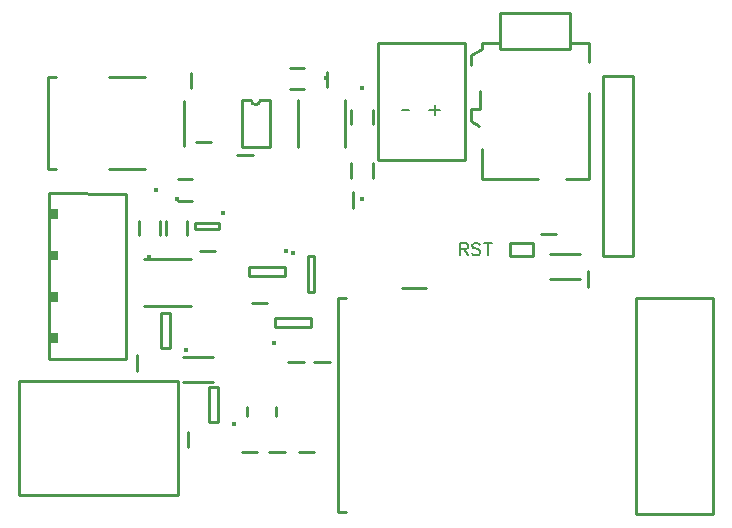
<source format=gbr>
G04 DipTrace 3.3.1.3*
G04 TopSilk.gbr*
%MOIN*%
G04 #@! TF.FileFunction,Legend,Top*
G04 #@! TF.Part,Single*
%ADD10C,0.009843*%
%ADD33C,0.015746*%
%ADD35C,0.015762*%
%ADD39C,0.015743*%
%ADD57C,0.015422*%
%ADD59C,0.015415*%
%ADD63C,0.015395*%
%ADD71C,0.015401*%
%ADD167C,0.006176*%
%FSLAX26Y26*%
G04*
G70*
G90*
G75*
G01*
G04 TopSilk*
%LPD*%
X1288547Y958997D2*
D10*
X1339689D1*
X879058Y1872382D2*
Y1923524D1*
X1032642Y1651911D2*
X1083783D1*
X1331814Y1876319D2*
Y1927461D1*
X1418470Y1525886D2*
Y1474744D1*
X2201892Y1210965D2*
Y1262106D1*
X2095594Y1388089D2*
X2044453D1*
X697955Y931437D2*
Y982579D1*
X906657Y1329076D2*
X957799D1*
X1079886Y1155848D2*
X1131028D1*
X1138941Y659785D2*
X1190083D1*
X1201933Y958997D2*
X1253075D1*
X868089Y675417D2*
Y726559D1*
X1237366Y659785D2*
X1288508D1*
X1048390D2*
X1099531D1*
X945988Y1695218D2*
X894846D1*
X703885Y1382212D2*
Y1429444D1*
X774747Y1382212D2*
Y1429444D1*
D33*
X739316Y1309377D3*
X1255056Y1870397D2*
D10*
X1207823D1*
X1255056Y1941259D2*
X1207823D1*
D35*
X1327890Y1905828D3*
X1483406Y1799520D2*
D10*
Y1752288D1*
X1412544Y1799520D2*
Y1752288D1*
D33*
X1447975Y1872355D3*
X1412547Y1575125D2*
D10*
Y1622358D1*
X1483409Y1575125D2*
Y1622358D1*
D33*
X1447978Y1502291D3*
X865296Y1429442D2*
D10*
Y1382209D1*
X794434Y1429442D2*
Y1382209D1*
D33*
X829865Y1502276D3*
X1581839Y1207008D2*
D10*
X1660571D1*
X833816Y1569213D2*
X881046D1*
X833816Y1498351D2*
X881046D1*
D39*
X760975Y1533782D3*
X400722Y1602675D2*
D10*
Y1909766D1*
X426340D1*
X603489D2*
X725557D1*
X853508Y1831013D2*
Y1681428D1*
X725557Y1602675D2*
X603489D1*
X426340D2*
X400722D1*
X2142846Y2122362D2*
X1906650D1*
Y2004229D1*
X2142846D1*
Y2122362D1*
X2203866Y2023946D2*
X2140854D1*
X2203866Y1571187D2*
X2129075D1*
X1849571Y2004229D2*
Y2023946D1*
X1908598D1*
X2203866Y1960953D2*
Y2023946D1*
X1849571Y2004229D2*
X1810161Y1984568D1*
Y1949089D1*
X1837748Y1748358D2*
X1810161Y1764121D1*
Y1803498D1*
X1841689D1*
Y1862537D1*
X1849571Y1571187D2*
Y1669603D1*
X2203866Y1571187D2*
Y1858582D1*
X2034579Y1571187D2*
X1849571D1*
X2352309Y1912492D2*
X2252307D1*
Y1312547D1*
X2352309D1*
Y1912492D1*
X1501121Y2023938D2*
X1792465D1*
Y1634178D1*
X1501121D1*
Y2023938D1*
X404680Y1521953D2*
Y970803D1*
X660575Y970748D1*
Y1521953D1*
X404680Y1522008D1*
G36*
X433162Y1468811D2*
X401651D1*
Y1437279D1*
X433162D1*
Y1468811D1*
G37*
G36*
Y1331051D2*
X401651D1*
Y1299519D1*
X433162D1*
Y1331051D1*
G37*
G36*
Y1193292D2*
X401651D1*
Y1161704D1*
X433162D1*
Y1193292D1*
G37*
G36*
Y1055477D2*
X401651D1*
Y1023945D1*
X433162D1*
Y1055477D1*
G37*
X850732Y978071D2*
D10*
X950732D1*
X850732Y893819D2*
X950732D1*
X2073764Y1321969D2*
X2173764D1*
X2073764Y1237717D2*
X2173764D1*
X1392858Y1834960D2*
Y1677481D1*
X1235378Y1834960D2*
Y1677481D1*
X1064114Y811374D2*
Y779889D1*
X1162547Y811374D2*
Y779889D1*
X719652Y1303465D2*
X877130D1*
X719652Y1145984D2*
X877130D1*
D57*
X1216732Y1322503D3*
X1266874Y1313302D2*
D10*
Y1195197D1*
X1286559D1*
Y1313302D1*
X1266874D1*
D59*
X984728Y1457939D3*
X971603Y1423538D2*
D10*
X892856D1*
Y1403864D1*
X971603D1*
Y1423538D1*
X1940098Y1356969D2*
X2016870Y1357163D1*
X1940098Y1312717D2*
Y1357204D1*
Y1312912D2*
X2016870D1*
Y1312717D2*
Y1357204D1*
D63*
X1022838Y755090D3*
X968772Y760353D2*
D10*
Y878461D1*
X937282Y760353D2*
Y878461D1*
X968772D2*
X937282D1*
X968772Y760353D2*
X937282D1*
X1046401Y1833975D2*
X1077890D1*
X1046401D2*
Y1676497D1*
X1109402Y1833975D2*
X1140891D1*
X1046401Y1676497D2*
X1140891D1*
Y1833975D1*
X1077890D2*
G03X1109402Y1833975I15756J8D01*
G01*
D71*
X1153346Y1023060D3*
X1158609Y1077125D2*
D10*
X1276717D1*
X1158609Y1108616D2*
X1276717D1*
Y1077125D2*
Y1108616D1*
X1158609Y1077125D2*
Y1108616D1*
X304276Y515662D2*
X835772D1*
Y897542D1*
X304276D1*
Y515662D1*
X2618044Y1172584D2*
X2361794D1*
Y453875D1*
X2618044D1*
Y1172584D1*
X1393420D2*
X1368420D1*
X1368045Y535077D1*
X1368420Y460081D2*
X1393420D1*
X1368420D2*
Y553845D1*
D71*
X1195363Y1331901D3*
X1190100Y1277835D2*
D10*
X1071992D1*
X1190100Y1246345D2*
X1071992D1*
Y1277835D2*
Y1246345D1*
X1190100Y1277835D2*
Y1246345D1*
D63*
X862239Y1000960D3*
X808174Y1006223D2*
D10*
Y1124331D1*
X776683Y1006223D2*
Y1124331D1*
X808174D2*
X776683D1*
X808174Y1006223D2*
X776683D1*
X1690028Y1818343D2*
D167*
Y1783899D1*
X1672828Y1801099D2*
X1707272D1*
X1582277Y1801121D2*
X1604385D1*
X1775954Y1337681D2*
X1793154D1*
X1798902Y1339627D1*
X1800847Y1341528D1*
X1802749Y1345331D1*
Y1349177D1*
X1800847Y1352980D1*
X1798902Y1354925D1*
X1793154Y1356827D1*
X1775954D1*
Y1316635D1*
X1789351Y1337681D2*
X1802749Y1316635D1*
X1841895Y1351079D2*
X1838092Y1354925D1*
X1832344Y1356827D1*
X1824695D1*
X1818947Y1354925D1*
X1815100Y1351079D1*
Y1347276D1*
X1817046Y1343429D1*
X1818947Y1341528D1*
X1822749Y1339627D1*
X1834245Y1335780D1*
X1838092Y1333879D1*
X1839993Y1331933D1*
X1841895Y1328131D1*
Y1322383D1*
X1838092Y1318580D1*
X1832344Y1316635D1*
X1824695D1*
X1818947Y1318580D1*
X1815100Y1322383D1*
X1867643Y1356827D2*
Y1316635D1*
X1854246Y1356827D2*
X1881041D1*
M02*

</source>
